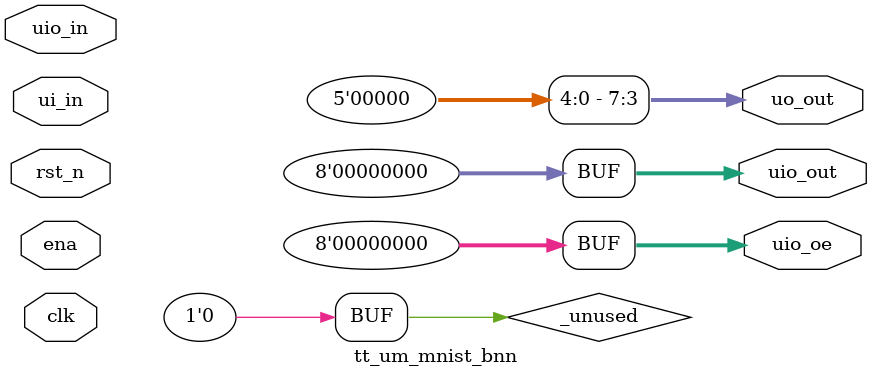
<source format=sv>
/*
 * Copyright (c) 2024 Your Name
 * SPDX-License-Identifier: Apache-2.0
 */

`default_nettype none

module tt_um_mnist_bnn (
    input  logic [7:0] ui_in,    // Dedicated inputs
    output logic [7:0] uo_out,   // Dedicated outputs
    input  logic [7:0] uio_in,   // IOs: Input path
    output logic [7:0] uio_out,  // IOs: Output path
    output logic [7:0] uio_oe,   // IOs: Enable path (active high: 0=input, 1=output)
    input  logic       ena,      // always 1 when the design is powered, so you can ignore it
    input  logic       clk,      // clock
    input  logic       rst_n     // reset_n - low to reset
);

  // All output pins must be assigned. If not used, assign to 0.
  assign uo_out[7:3]  = 'd0;  // Example: ou_out is the sum of ui_in and uio_in
  assign uio_out = 'd0;
  assign uio_oe  = 'd0;

    // fsm top_fsm ( 
    //       .clk(clk), 
    //       .rst_n(rst_n), 
    //       .mode(ui_in[0]), 
    //       .load_done(ui_in[1]), 
    //       .layer_1_done(ui_in[2]),
    //       .layer_2_done(ui_in[3]),
    //       .layer_3_done(ui_in[4]), 
    //       .state(uo_out[2:0]) 
    //   ); 
    
logic mode;
logic layer1_done, layer2_done, layer3_done;
logic [2:0] state;
    
 fsm top_fsm ( 
     .clk(clk), 
     .rst_n(rst_n), 
     .mode(ui_in[0]), 
     .load_done(ui_in[1]), 
     .layer_1_done(ui_in[2]),
     .layer_2_done(ui_in[3]),
     .layer_3_done(ui_in[4]), 
     .state(state) 
 ); 

    logic load = (state == 3'd1) ? 1'b1 : 1'b0;
    
    //set dimensions
    //logic weights, pixels; 

    // registers u0 (
    //     .clk(clk),
    //     .reset_n(rst_n)
    //     .en_wr(load),
    //     .d_in_p(),
    //     .d_in_w(),
    //     .pixels(),
    //     .weights()
    // );
    
    

  // List all unused inputs to prevent warnings
  wire _unused = &{ena,ui_in[7:5], 1'b0};

endmodule

</source>
